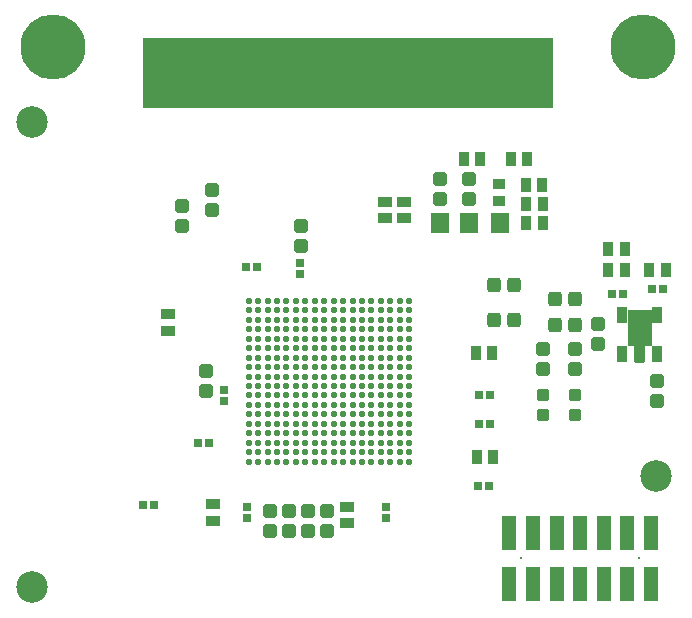
<source format=gts>
G04*
G04 #@! TF.GenerationSoftware,Altium Limited,Altium Designer,23.2.1 (34)*
G04*
G04 Layer_Color=8388736*
%FSLAX45Y45*%
%MOMM*%
G71*
G04*
G04 #@! TF.SameCoordinates,357D86F6-4FD4-4171-920B-CE65727367D9*
G04*
G04*
G04 #@! TF.FilePolarity,Negative*
G04*
G01*
G75*
%ADD29R,1.60000X1.80000*%
%ADD30R,34.79998X5.97499*%
G04:AMPARAMS|DCode=31|XSize=1.2032mm|YSize=1.1032mm|CornerRadius=0.2141mm|HoleSize=0mm|Usage=FLASHONLY|Rotation=180.000|XOffset=0mm|YOffset=0mm|HoleType=Round|Shape=RoundedRectangle|*
%AMROUNDEDRECTD31*
21,1,1.20320,0.67500,0,0,180.0*
21,1,0.77500,1.10320,0,0,180.0*
1,1,0.42820,-0.38750,0.33750*
1,1,0.42820,0.38750,0.33750*
1,1,0.42820,0.38750,-0.33750*
1,1,0.42820,-0.38750,-0.33750*
%
%ADD31ROUNDEDRECTD31*%
%ADD32R,1.12320X0.84320*%
%ADD33R,1.47320X0.83820*%
%ADD34R,0.76000X0.76000*%
%ADD35R,1.20320X2.95320*%
%ADD36C,0.55320*%
%ADD37R,0.88320X1.40320*%
%ADD38R,0.76000X0.76000*%
%ADD39R,0.95320X1.15320*%
G04:AMPARAMS|DCode=40|XSize=1.2032mm|YSize=1.1032mm|CornerRadius=0.2141mm|HoleSize=0mm|Usage=FLASHONLY|Rotation=270.000|XOffset=0mm|YOffset=0mm|HoleType=Round|Shape=RoundedRectangle|*
%AMROUNDEDRECTD40*
21,1,1.20320,0.67500,0,0,270.0*
21,1,0.77500,1.10320,0,0,270.0*
1,1,0.42820,-0.33750,-0.38750*
1,1,0.42820,-0.33750,0.38750*
1,1,0.42820,0.33750,0.38750*
1,1,0.42820,0.33750,-0.38750*
%
%ADD40ROUNDEDRECTD40*%
G04:AMPARAMS|DCode=41|XSize=1.0032mm|YSize=1.0032mm|CornerRadius=0.2016mm|HoleSize=0mm|Usage=FLASHONLY|Rotation=270.000|XOffset=0mm|YOffset=0mm|HoleType=Round|Shape=RoundedRectangle|*
%AMROUNDEDRECTD41*
21,1,1.00320,0.60000,0,0,270.0*
21,1,0.60000,1.00320,0,0,270.0*
1,1,0.40320,-0.30000,-0.30000*
1,1,0.40320,-0.30000,0.30000*
1,1,0.40320,0.30000,0.30000*
1,1,0.40320,0.30000,-0.30000*
%
%ADD41ROUNDEDRECTD41*%
%ADD42R,1.15320X0.95320*%
%ADD43R,0.90320X4.40320*%
%ADD44C,2.67000*%
%ADD45R,0.90320X4.40319*%
%ADD46R,2.10320X3.15320*%
%ADD47C,0.20320*%
%ADD48C,5.50320*%
%ADD49C,0.55880*%
G36*
X13305328Y7684015D02*
X13306635Y7683755D01*
X13307896Y7683327D01*
X13309091Y7682738D01*
X13310197Y7681998D01*
X13311200Y7681120D01*
X13312077Y7680118D01*
X13312817Y7679011D01*
X13313406Y7677816D01*
X13313835Y7676555D01*
X13314095Y7675249D01*
X13314182Y7673920D01*
Y7248920D01*
X13314095Y7247591D01*
X13313835Y7246285D01*
X13313406Y7245024D01*
X13312817Y7243829D01*
X13312077Y7242722D01*
X13311200Y7241720D01*
X13310197Y7240842D01*
X13309091Y7240102D01*
X13307896Y7239513D01*
X13306635Y7239085D01*
X13305328Y7238825D01*
X13303999Y7238738D01*
X13236000D01*
X13234671Y7238825D01*
X13233363Y7239085D01*
X13232103Y7239513D01*
X13230910Y7240102D01*
X13229800Y7240842D01*
X13228799Y7241720D01*
X13227922Y7242722D01*
X13227182Y7243829D01*
X13226593Y7245024D01*
X13226164Y7246285D01*
X13225905Y7247591D01*
X13225818Y7248920D01*
Y7673920D01*
X13225905Y7675249D01*
X13226164Y7676555D01*
X13226593Y7677816D01*
X13227182Y7679011D01*
X13227922Y7680118D01*
X13228799Y7681120D01*
X13229800Y7681998D01*
X13230910Y7682738D01*
X13232103Y7683327D01*
X13233363Y7683755D01*
X13234671Y7684015D01*
X13236000Y7684102D01*
X13303999D01*
X13305328Y7684015D01*
D02*
G37*
D29*
X11577320Y8419250D02*
D03*
X11825318Y8421848D02*
D03*
X12090328Y8419208D02*
D03*
D30*
X10802501Y9688991D02*
D03*
D31*
X11579333Y8790072D02*
D03*
Y8620072D02*
D03*
X11823868Y8792006D02*
D03*
Y8622006D02*
D03*
X10624820Y5808920D02*
D03*
Y5978920D02*
D03*
X10138525Y5809754D02*
D03*
Y5979754D02*
D03*
X10463432Y5808920D02*
D03*
Y5978920D02*
D03*
X10301549Y5808920D02*
D03*
Y5978920D02*
D03*
X12920000Y7397840D02*
D03*
Y7567840D02*
D03*
X13420000Y6915000D02*
D03*
Y7085000D02*
D03*
X10400000Y8398395D02*
D03*
Y8228395D02*
D03*
X12452503Y7184395D02*
D03*
Y7354395D02*
D03*
X12720000Y7184395D02*
D03*
Y7354395D02*
D03*
X9652499Y8526601D02*
D03*
Y8696601D02*
D03*
X9596649Y6995000D02*
D03*
Y7165000D02*
D03*
X9392920Y8396060D02*
D03*
Y8566060D02*
D03*
D32*
X12079036Y8753507D02*
D03*
Y8607507D02*
D03*
D33*
X11577320Y8378037D02*
D03*
Y8460417D02*
D03*
X11825317Y8380629D02*
D03*
Y8463009D02*
D03*
X12090328Y8378037D02*
D03*
Y8460417D02*
D03*
D34*
X9945380Y6015502D02*
D03*
Y5923502D02*
D03*
X11120000Y5919891D02*
D03*
Y6011891D02*
D03*
X10393680Y7991760D02*
D03*
Y8083760D02*
D03*
X9747785Y6914000D02*
D03*
Y7006000D02*
D03*
D35*
X12167500Y5367380D02*
D03*
X12367500D02*
D03*
Y5793380D02*
D03*
X12567500Y5367380D02*
D03*
Y5793380D02*
D03*
X12767500Y5367380D02*
D03*
Y5793380D02*
D03*
X12967500Y5367380D02*
D03*
Y5793380D02*
D03*
X13167500Y5367380D02*
D03*
Y5793380D02*
D03*
X13367500Y5367380D02*
D03*
Y5793380D02*
D03*
X12167500D02*
D03*
D36*
X10200000Y7760000D02*
D03*
X11320000Y6400000D02*
D03*
X11240000D02*
D03*
X11160000D02*
D03*
X11080000D02*
D03*
X11000000D02*
D03*
X10920000D02*
D03*
X10840000D02*
D03*
X10760000D02*
D03*
X10680000D02*
D03*
X10600000D02*
D03*
X10520000D02*
D03*
X10440000D02*
D03*
X10360000D02*
D03*
X10280000D02*
D03*
X10200000D02*
D03*
X10120000D02*
D03*
X10040000D02*
D03*
X9960000D02*
D03*
X11320000Y6480000D02*
D03*
X11240000D02*
D03*
X11160000D02*
D03*
X11080000D02*
D03*
X11000000D02*
D03*
X10920000D02*
D03*
X10840000D02*
D03*
X10760000D02*
D03*
X10680000D02*
D03*
X10600000D02*
D03*
X10520000D02*
D03*
X10440000D02*
D03*
X10360000D02*
D03*
X10280000D02*
D03*
X10200000D02*
D03*
X10120000D02*
D03*
X10040000D02*
D03*
X9960000D02*
D03*
X11320000Y6560000D02*
D03*
X11240000D02*
D03*
X11160000D02*
D03*
X11080000D02*
D03*
X11000000D02*
D03*
X10920000D02*
D03*
X10840000D02*
D03*
X10760000D02*
D03*
X10680000D02*
D03*
X10600000D02*
D03*
X10520000D02*
D03*
X10440000D02*
D03*
X10360000D02*
D03*
X10280000D02*
D03*
X10200000D02*
D03*
X10120000D02*
D03*
X10040000D02*
D03*
X9960000D02*
D03*
X11320000Y6640000D02*
D03*
X11240000D02*
D03*
X11160000D02*
D03*
X11080000D02*
D03*
X11000000D02*
D03*
X10920000D02*
D03*
X10840000D02*
D03*
X10760000D02*
D03*
X10680000D02*
D03*
X10600000D02*
D03*
X10520000D02*
D03*
X10440000D02*
D03*
X10360000D02*
D03*
X10280000D02*
D03*
X10200000D02*
D03*
X10120000D02*
D03*
X10040000D02*
D03*
X9960000D02*
D03*
X11320000Y6720000D02*
D03*
X11240000D02*
D03*
X11160000D02*
D03*
X11080000D02*
D03*
X11000000D02*
D03*
X10920000D02*
D03*
X10840000D02*
D03*
X10760000D02*
D03*
X10680000D02*
D03*
X10600000D02*
D03*
X10520000D02*
D03*
X10440000D02*
D03*
X10360000D02*
D03*
X10280000D02*
D03*
X10200000D02*
D03*
X10120000D02*
D03*
X10040000D02*
D03*
X9960000D02*
D03*
X11320000Y6800000D02*
D03*
X11240000D02*
D03*
X11160000D02*
D03*
X11080000D02*
D03*
X11000000D02*
D03*
X10920000D02*
D03*
X10840000D02*
D03*
X10760000D02*
D03*
X10680000D02*
D03*
X10600000D02*
D03*
X10520000D02*
D03*
X10440000D02*
D03*
X10360000D02*
D03*
X10280000D02*
D03*
X10200000D02*
D03*
X10120000D02*
D03*
X10040000D02*
D03*
X9960000D02*
D03*
X11320000Y6880000D02*
D03*
X11240000D02*
D03*
X11160000D02*
D03*
X11080000D02*
D03*
X11000000D02*
D03*
X10920000D02*
D03*
X10840000D02*
D03*
X10760000D02*
D03*
X10680000D02*
D03*
X10600000D02*
D03*
X10520000D02*
D03*
X10440000D02*
D03*
X10360000D02*
D03*
X10280000D02*
D03*
X10200000D02*
D03*
X10120000D02*
D03*
X10040000D02*
D03*
X9960000D02*
D03*
X11320000Y6960000D02*
D03*
X11240000D02*
D03*
X11160000D02*
D03*
X11080000D02*
D03*
X11000000D02*
D03*
X10920000D02*
D03*
X10840000D02*
D03*
X10760000D02*
D03*
X10680000D02*
D03*
X10600000D02*
D03*
X10520000D02*
D03*
X10440000D02*
D03*
X10360000D02*
D03*
X10280000D02*
D03*
X10200000D02*
D03*
X10120000D02*
D03*
X10040000D02*
D03*
X9960000D02*
D03*
X11320000Y7040000D02*
D03*
X11240000D02*
D03*
X11160000D02*
D03*
X11080000D02*
D03*
X11000000D02*
D03*
X10920000D02*
D03*
X10840000D02*
D03*
X10760000D02*
D03*
X10680000D02*
D03*
X10600000D02*
D03*
X10520000D02*
D03*
X10440000D02*
D03*
X10360000D02*
D03*
X10280000D02*
D03*
X10200000D02*
D03*
X10120000D02*
D03*
X10040000D02*
D03*
X9960000D02*
D03*
X11320000Y7120000D02*
D03*
X11240000D02*
D03*
X11160000D02*
D03*
X11080000D02*
D03*
X11000000D02*
D03*
X10920000D02*
D03*
X10840000D02*
D03*
X10760000D02*
D03*
X10680000D02*
D03*
X10600000D02*
D03*
X10520000D02*
D03*
X10440000D02*
D03*
X10360000D02*
D03*
X10280000D02*
D03*
X10200000D02*
D03*
X10120000D02*
D03*
X10040000D02*
D03*
X9960000D02*
D03*
X11320000Y7200000D02*
D03*
X11240000D02*
D03*
X11160000D02*
D03*
X11080000D02*
D03*
X11000000D02*
D03*
X10920000D02*
D03*
X10840000D02*
D03*
X10760000D02*
D03*
X10680000D02*
D03*
X10600000D02*
D03*
X10520000D02*
D03*
X10440000D02*
D03*
X10360000D02*
D03*
X10280000D02*
D03*
X10200000D02*
D03*
X10120000D02*
D03*
X10040000D02*
D03*
X9960000D02*
D03*
X11320000Y7280000D02*
D03*
X11240000D02*
D03*
X11160000D02*
D03*
X11080000D02*
D03*
X11000000D02*
D03*
X10920000D02*
D03*
X10840000D02*
D03*
X10760000D02*
D03*
X10680000D02*
D03*
X10600000D02*
D03*
X10520000D02*
D03*
X10440000D02*
D03*
X10360000D02*
D03*
X10280000D02*
D03*
X10200000D02*
D03*
X10120000D02*
D03*
X10040000D02*
D03*
X9960000D02*
D03*
X11320000Y7360000D02*
D03*
X11240000D02*
D03*
X11160000D02*
D03*
X11080000D02*
D03*
X11000000D02*
D03*
X10920000D02*
D03*
X10840000D02*
D03*
X10760000D02*
D03*
X10680000D02*
D03*
X10600000D02*
D03*
X10520000D02*
D03*
X10440000D02*
D03*
X10360000D02*
D03*
X10280000D02*
D03*
X10200000D02*
D03*
X10120000D02*
D03*
X10040000D02*
D03*
X9960000D02*
D03*
X11320000Y7440000D02*
D03*
X11240000D02*
D03*
X11160000D02*
D03*
X11080000D02*
D03*
X11000000D02*
D03*
X10920000D02*
D03*
X10840000D02*
D03*
X10760000D02*
D03*
X10680000D02*
D03*
X10600000D02*
D03*
X10520000D02*
D03*
X10440000D02*
D03*
X10360000D02*
D03*
X10280000D02*
D03*
X10200000D02*
D03*
X10120000D02*
D03*
X10040000D02*
D03*
X9960000D02*
D03*
X11320000Y7520000D02*
D03*
X11240000D02*
D03*
X11160000D02*
D03*
X11080000D02*
D03*
X11000000D02*
D03*
X10920000D02*
D03*
X10840000D02*
D03*
X10760000D02*
D03*
X10680000D02*
D03*
X10600000D02*
D03*
X10520000D02*
D03*
X10440000D02*
D03*
X10360000D02*
D03*
X10280000D02*
D03*
X10200000D02*
D03*
X10120000D02*
D03*
X10040000D02*
D03*
X9960000D02*
D03*
X11320000Y7600000D02*
D03*
X11240000D02*
D03*
X11160000D02*
D03*
X11080000D02*
D03*
X11000000D02*
D03*
X10920000D02*
D03*
X10840000D02*
D03*
X10760000D02*
D03*
X10680000D02*
D03*
X10600000D02*
D03*
X10520000D02*
D03*
X10440000D02*
D03*
X10360000D02*
D03*
X10280000D02*
D03*
X10200000D02*
D03*
X10120000D02*
D03*
X10040000D02*
D03*
X9960000D02*
D03*
X11320000Y7680000D02*
D03*
X11240000D02*
D03*
X11160000D02*
D03*
X11080000D02*
D03*
X11000000D02*
D03*
X10920000D02*
D03*
X10840000D02*
D03*
X10760000D02*
D03*
X10680000D02*
D03*
X10600000D02*
D03*
X10520000D02*
D03*
X10440000D02*
D03*
X10360000D02*
D03*
X10280000D02*
D03*
X10200000D02*
D03*
X10120000D02*
D03*
X10040000D02*
D03*
X9960000D02*
D03*
X11320000Y7760000D02*
D03*
X11240000D02*
D03*
X11160000D02*
D03*
X11080000D02*
D03*
X11000000D02*
D03*
X10920000D02*
D03*
X10840000D02*
D03*
X10760000D02*
D03*
X10680000D02*
D03*
X10600000D02*
D03*
X10520000D02*
D03*
X10440000D02*
D03*
X10360000D02*
D03*
X10280000D02*
D03*
X10120000D02*
D03*
X10040000D02*
D03*
X9960000D02*
D03*
D37*
X13120000Y7308920D02*
D03*
X13420000D02*
D03*
Y7638920D02*
D03*
X13120000D02*
D03*
D38*
X13125999Y7816568D02*
D03*
X13034000D02*
D03*
X13374001Y7862858D02*
D03*
X13466000D02*
D03*
X9530600Y6560000D02*
D03*
X9622600D02*
D03*
X12001780Y6720000D02*
D03*
X11909780D02*
D03*
X10029431Y8047002D02*
D03*
X9937431D02*
D03*
X9068000Y6033920D02*
D03*
X9160000D02*
D03*
X11996779Y6194893D02*
D03*
X11904779D02*
D03*
X12006000Y6960000D02*
D03*
X11914000D02*
D03*
D39*
X13144852Y8021443D02*
D03*
X13004851D02*
D03*
X13143294Y8199805D02*
D03*
X13003294D02*
D03*
X13350000Y8021443D02*
D03*
X13489999D02*
D03*
X11922499Y8960000D02*
D03*
X11782499D02*
D03*
X12320000D02*
D03*
X12180000D02*
D03*
X12030000Y6440000D02*
D03*
X11890000D02*
D03*
X12022499Y7320000D02*
D03*
X11882499D02*
D03*
X12449481Y8420990D02*
D03*
X12309481D02*
D03*
X12448546Y8579038D02*
D03*
X12308546D02*
D03*
X12445229Y8739380D02*
D03*
X12305229D02*
D03*
D40*
X12035000Y7896570D02*
D03*
X12205000D02*
D03*
X12035000Y7602159D02*
D03*
X12205000D02*
D03*
X12725000Y7560000D02*
D03*
X12555000D02*
D03*
X12725000Y7774000D02*
D03*
X12555000D02*
D03*
D41*
X12452503Y6795000D02*
D03*
Y6965000D02*
D03*
X12720000Y6795000D02*
D03*
Y6965000D02*
D03*
D42*
X10795000Y5878680D02*
D03*
Y6018680D02*
D03*
X9280000Y7506568D02*
D03*
Y7646568D02*
D03*
X9656395Y5898368D02*
D03*
Y6038368D02*
D03*
X11274478Y8600000D02*
D03*
Y8460000D02*
D03*
X11110986Y8600000D02*
D03*
Y8460000D02*
D03*
D43*
X11852499Y9612740D02*
D03*
X9852498D02*
D03*
X9652499D02*
D03*
X10152503D02*
D03*
X9452499D02*
D03*
X9952498D02*
D03*
X9752498D02*
D03*
X9552499D02*
D03*
X9352499D02*
D03*
X10052498D02*
D03*
X10452502D02*
D03*
X10352502D02*
D03*
X10252502D02*
D03*
X9152500D02*
D03*
X12452503D02*
D03*
X12352498D02*
D03*
X11652500D02*
D03*
X11952499D02*
D03*
X12252498D02*
D03*
X11752499D02*
D03*
X12152499D02*
D03*
X12052499D02*
D03*
X11552500D02*
D03*
X11452500D02*
D03*
X11052501D02*
D03*
X10552502D02*
D03*
X10952501D02*
D03*
X10752501D02*
D03*
X10852501D02*
D03*
X11152501D02*
D03*
D44*
X8128000Y5334000D02*
D03*
Y9271000D02*
D03*
X13412900Y6280000D02*
D03*
D45*
X9252499Y9612740D02*
D03*
X10652502D02*
D03*
D46*
X13270000Y7528920D02*
D03*
D47*
X12267500Y5580380D02*
D03*
X13267500D02*
D03*
D48*
X8302500Y9912740D02*
D03*
X13302499D02*
D03*
D49*
X8450148Y9765091D02*
D03*
X8511306Y9912740D02*
D03*
X8450148Y10060388D02*
D03*
X8302500Y10121546D02*
D03*
D03*
X8154852Y10060388D02*
D03*
X8093694Y9912740D02*
D03*
X8154852Y9765091D02*
D03*
X8302500Y9703934D02*
D03*
X13450148Y9765091D02*
D03*
X13511307Y9912740D02*
D03*
X13450148Y10060388D02*
D03*
X13302499Y10121546D02*
D03*
D03*
X13154852Y10060388D02*
D03*
X13093694Y9912740D02*
D03*
X13154852Y9765091D02*
D03*
X13302499Y9703934D02*
D03*
M02*

</source>
